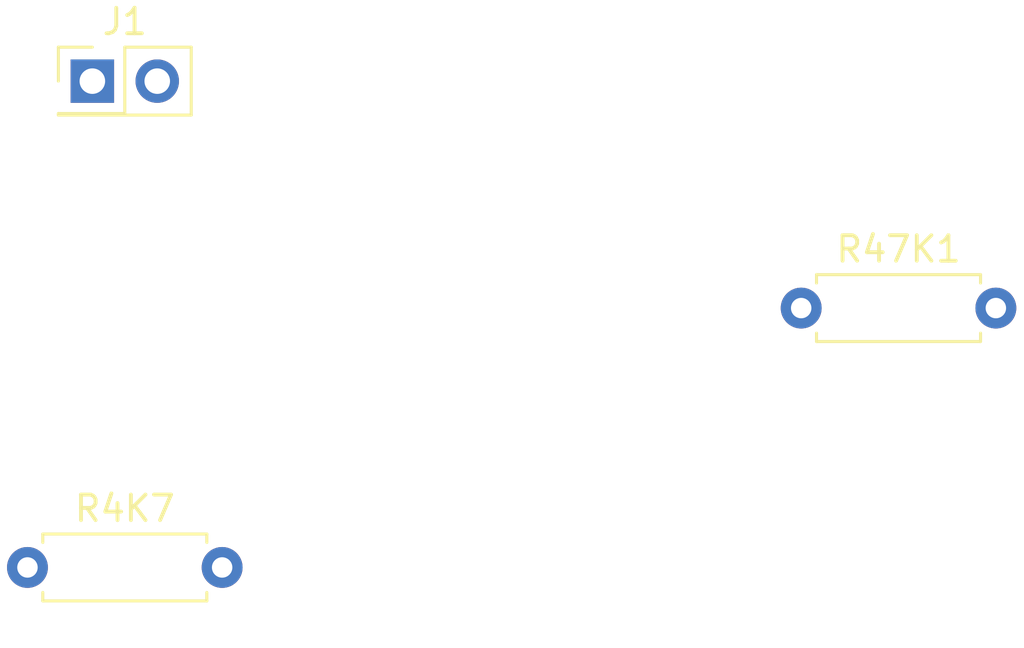
<source format=kicad_pcb>
(kicad_pcb (version 20171130) (host pcbnew "(5.1.0)-1")

  (general
    (thickness 1.6)
    (drawings 0)
    (tracks 0)
    (zones 0)
    (modules 3)
    (nets 6)
  )

  (page A4)
  (layers
    (0 F.Cu signal)
    (31 B.Cu signal)
    (32 B.Adhes user)
    (33 F.Adhes user)
    (34 B.Paste user)
    (35 F.Paste user)
    (36 B.SilkS user)
    (37 F.SilkS user)
    (38 B.Mask user)
    (39 F.Mask user)
    (40 Dwgs.User user)
    (41 Cmts.User user)
    (42 Eco1.User user)
    (43 Eco2.User user)
    (44 Edge.Cuts user)
    (45 Margin user)
    (46 B.CrtYd user)
    (47 F.CrtYd user)
    (48 B.Fab user)
    (49 F.Fab user)
  )

  (setup
    (last_trace_width 0.25)
    (trace_clearance 0.2)
    (zone_clearance 0.508)
    (zone_45_only no)
    (trace_min 0.2)
    (via_size 0.8)
    (via_drill 0.4)
    (via_min_size 0.4)
    (via_min_drill 0.3)
    (uvia_size 0.3)
    (uvia_drill 0.1)
    (uvias_allowed no)
    (uvia_min_size 0.2)
    (uvia_min_drill 0.1)
    (edge_width 0.05)
    (segment_width 0.2)
    (pcb_text_width 0.3)
    (pcb_text_size 1.5 1.5)
    (mod_edge_width 0.12)
    (mod_text_size 1 1)
    (mod_text_width 0.15)
    (pad_size 1.524 1.524)
    (pad_drill 0.762)
    (pad_to_mask_clearance 0.051)
    (solder_mask_min_width 0.25)
    (aux_axis_origin 0 0)
    (visible_elements FFFFFF7F)
    (pcbplotparams
      (layerselection 0x010fc_ffffffff)
      (usegerberextensions false)
      (usegerberattributes false)
      (usegerberadvancedattributes false)
      (creategerberjobfile false)
      (excludeedgelayer true)
      (linewidth 0.100000)
      (plotframeref false)
      (viasonmask false)
      (mode 1)
      (useauxorigin false)
      (hpglpennumber 1)
      (hpglpenspeed 20)
      (hpglpendiameter 15.000000)
      (psnegative false)
      (psa4output false)
      (plotreference true)
      (plotvalue true)
      (plotinvisibletext false)
      (padsonsilk false)
      (subtractmaskfromsilk false)
      (outputformat 1)
      (mirror false)
      (drillshape 1)
      (scaleselection 1)
      (outputdirectory ""))
  )

  (net 0 "")
  (net 1 "Net-(J1-Pad1)")
  (net 2 "Net-(J1-Pad2)")
  (net 3 "Net-(R47K1-Pad1)")
  (net 4 "Net-(R47K1-Pad2)")
  (net 5 GND)

  (net_class Default "This is the default net class."
    (clearance 0.2)
    (trace_width 0.25)
    (via_dia 0.8)
    (via_drill 0.4)
    (uvia_dia 0.3)
    (uvia_drill 0.1)
    (add_net GND)
    (add_net "Net-(J1-Pad1)")
    (add_net "Net-(J1-Pad2)")
    (add_net "Net-(R47K1-Pad1)")
    (add_net "Net-(R47K1-Pad2)")
  )

  (module Resistors_THT:R_Axial_DIN0207_L6.3mm_D2.5mm_P7.62mm_Horizontal (layer F.Cu) (tedit 5874F706) (tstamp 5CAD14F4)
    (at 101.6 52.07)
    (descr "Resistor, Axial_DIN0207 series, Axial, Horizontal, pin pitch=7.62mm, 0.25W = 1/4W, length*diameter=6.3*2.5mm^2, http://cdn-reichelt.de/documents/datenblatt/B400/1_4W%23YAG.pdf")
    (tags "Resistor Axial_DIN0207 series Axial Horizontal pin pitch 7.62mm 0.25W = 1/4W length 6.3mm diameter 2.5mm")
    (path /5CAE138D)
    (fp_text reference R4K7 (at 3.81 -2.31) (layer F.SilkS)
      (effects (font (size 1 1) (thickness 0.15)))
    )
    (fp_text value R (at 3.81 2.31) (layer F.Fab)
      (effects (font (size 1 1) (thickness 0.15)))
    )
    (fp_line (start 0.66 -1.25) (end 0.66 1.25) (layer F.Fab) (width 0.1))
    (fp_line (start 0.66 1.25) (end 6.96 1.25) (layer F.Fab) (width 0.1))
    (fp_line (start 6.96 1.25) (end 6.96 -1.25) (layer F.Fab) (width 0.1))
    (fp_line (start 6.96 -1.25) (end 0.66 -1.25) (layer F.Fab) (width 0.1))
    (fp_line (start 0 0) (end 0.66 0) (layer F.Fab) (width 0.1))
    (fp_line (start 7.62 0) (end 6.96 0) (layer F.Fab) (width 0.1))
    (fp_line (start 0.6 -0.98) (end 0.6 -1.31) (layer F.SilkS) (width 0.12))
    (fp_line (start 0.6 -1.31) (end 7.02 -1.31) (layer F.SilkS) (width 0.12))
    (fp_line (start 7.02 -1.31) (end 7.02 -0.98) (layer F.SilkS) (width 0.12))
    (fp_line (start 0.6 0.98) (end 0.6 1.31) (layer F.SilkS) (width 0.12))
    (fp_line (start 0.6 1.31) (end 7.02 1.31) (layer F.SilkS) (width 0.12))
    (fp_line (start 7.02 1.31) (end 7.02 0.98) (layer F.SilkS) (width 0.12))
    (fp_line (start -1.05 -1.6) (end -1.05 1.6) (layer F.CrtYd) (width 0.05))
    (fp_line (start -1.05 1.6) (end 8.7 1.6) (layer F.CrtYd) (width 0.05))
    (fp_line (start 8.7 1.6) (end 8.7 -1.6) (layer F.CrtYd) (width 0.05))
    (fp_line (start 8.7 -1.6) (end -1.05 -1.6) (layer F.CrtYd) (width 0.05))
    (pad 1 thru_hole circle (at 0 0) (size 1.6 1.6) (drill 0.8) (layers *.Cu *.Mask)
      (net 4 "Net-(R47K1-Pad2)"))
    (pad 2 thru_hole oval (at 7.62 0) (size 1.6 1.6) (drill 0.8) (layers *.Cu *.Mask)
      (net 5 GND))
    (model ${KISYS3DMOD}/Resistors_THT.3dshapes/R_Axial_DIN0207_L6.3mm_D2.5mm_P7.62mm_Horizontal.wrl
      (at (xyz 0 0 0))
      (scale (xyz 0.393701 0.393701 0.393701))
      (rotate (xyz 0 0 0))
    )
  )

  (module Resistors_THT:R_Axial_DIN0207_L6.3mm_D2.5mm_P7.62mm_Horizontal (layer F.Cu) (tedit 5874F706) (tstamp 5CAD1533)
    (at 131.885001 41.91)
    (descr "Resistor, Axial_DIN0207 series, Axial, Horizontal, pin pitch=7.62mm, 0.25W = 1/4W, length*diameter=6.3*2.5mm^2, http://cdn-reichelt.de/documents/datenblatt/B400/1_4W%23YAG.pdf")
    (tags "Resistor Axial_DIN0207 series Axial Horizontal pin pitch 7.62mm 0.25W = 1/4W length 6.3mm diameter 2.5mm")
    (path /5CADD3DD)
    (fp_text reference R47K1 (at 3.81 -2.31) (layer F.SilkS)
      (effects (font (size 1 1) (thickness 0.15)))
    )
    (fp_text value R (at 3.81 2.31) (layer F.Fab)
      (effects (font (size 1 1) (thickness 0.15)))
    )
    (fp_line (start 0.66 -1.25) (end 0.66 1.25) (layer F.Fab) (width 0.1))
    (fp_line (start 0.66 1.25) (end 6.96 1.25) (layer F.Fab) (width 0.1))
    (fp_line (start 6.96 1.25) (end 6.96 -1.25) (layer F.Fab) (width 0.1))
    (fp_line (start 6.96 -1.25) (end 0.66 -1.25) (layer F.Fab) (width 0.1))
    (fp_line (start 0 0) (end 0.66 0) (layer F.Fab) (width 0.1))
    (fp_line (start 7.62 0) (end 6.96 0) (layer F.Fab) (width 0.1))
    (fp_line (start 0.6 -0.98) (end 0.6 -1.31) (layer F.SilkS) (width 0.12))
    (fp_line (start 0.6 -1.31) (end 7.02 -1.31) (layer F.SilkS) (width 0.12))
    (fp_line (start 7.02 -1.31) (end 7.02 -0.98) (layer F.SilkS) (width 0.12))
    (fp_line (start 0.6 0.98) (end 0.6 1.31) (layer F.SilkS) (width 0.12))
    (fp_line (start 0.6 1.31) (end 7.02 1.31) (layer F.SilkS) (width 0.12))
    (fp_line (start 7.02 1.31) (end 7.02 0.98) (layer F.SilkS) (width 0.12))
    (fp_line (start -1.05 -1.6) (end -1.05 1.6) (layer F.CrtYd) (width 0.05))
    (fp_line (start -1.05 1.6) (end 8.7 1.6) (layer F.CrtYd) (width 0.05))
    (fp_line (start 8.7 1.6) (end 8.7 -1.6) (layer F.CrtYd) (width 0.05))
    (fp_line (start 8.7 -1.6) (end -1.05 -1.6) (layer F.CrtYd) (width 0.05))
    (pad 1 thru_hole circle (at 0 0) (size 1.6 1.6) (drill 0.8) (layers *.Cu *.Mask)
      (net 3 "Net-(R47K1-Pad1)"))
    (pad 2 thru_hole oval (at 7.62 0) (size 1.6 1.6) (drill 0.8) (layers *.Cu *.Mask)
      (net 4 "Net-(R47K1-Pad2)"))
    (model ${KISYS3DMOD}/Resistors_THT.3dshapes/R_Axial_DIN0207_L6.3mm_D2.5mm_P7.62mm_Horizontal.wrl
      (at (xyz 0 0 0))
      (scale (xyz 0.393701 0.393701 0.393701))
      (rotate (xyz 0 0 0))
    )
  )

  (module Pin_Headers:Pin_Header_Straight_2x01_Pitch2.54mm (layer F.Cu) (tedit 59650532) (tstamp 5CAD1C78)
    (at 104.14 33.02)
    (descr "Through hole straight pin header, 2x01, 2.54mm pitch, double rows")
    (tags "Through hole pin header THT 2x01 2.54mm double row")
    (path /5CAD7DCC)
    (fp_text reference J1 (at 1.27 -2.33) (layer F.SilkS)
      (effects (font (size 1 1) (thickness 0.15)))
    )
    (fp_text value MBUS (at 1.27 2.33) (layer F.Fab)
      (effects (font (size 1 1) (thickness 0.15)))
    )
    (fp_line (start 0 -1.27) (end 3.81 -1.27) (layer F.Fab) (width 0.1))
    (fp_line (start 3.81 -1.27) (end 3.81 1.27) (layer F.Fab) (width 0.1))
    (fp_line (start 3.81 1.27) (end -1.27 1.27) (layer F.Fab) (width 0.1))
    (fp_line (start -1.27 1.27) (end -1.27 0) (layer F.Fab) (width 0.1))
    (fp_line (start -1.27 0) (end 0 -1.27) (layer F.Fab) (width 0.1))
    (fp_line (start -1.33 1.33) (end 3.87 1.33) (layer F.SilkS) (width 0.12))
    (fp_line (start -1.33 1.27) (end -1.33 1.33) (layer F.SilkS) (width 0.12))
    (fp_line (start 3.87 -1.33) (end 3.87 1.33) (layer F.SilkS) (width 0.12))
    (fp_line (start -1.33 1.27) (end 1.27 1.27) (layer F.SilkS) (width 0.12))
    (fp_line (start 1.27 1.27) (end 1.27 -1.33) (layer F.SilkS) (width 0.12))
    (fp_line (start 1.27 -1.33) (end 3.87 -1.33) (layer F.SilkS) (width 0.12))
    (fp_line (start -1.33 0) (end -1.33 -1.33) (layer F.SilkS) (width 0.12))
    (fp_line (start -1.33 -1.33) (end 0 -1.33) (layer F.SilkS) (width 0.12))
    (fp_line (start -1.8 -1.8) (end -1.8 1.8) (layer F.CrtYd) (width 0.05))
    (fp_line (start -1.8 1.8) (end 4.35 1.8) (layer F.CrtYd) (width 0.05))
    (fp_line (start 4.35 1.8) (end 4.35 -1.8) (layer F.CrtYd) (width 0.05))
    (fp_line (start 4.35 -1.8) (end -1.8 -1.8) (layer F.CrtYd) (width 0.05))
    (fp_text user %R (at 1.27 0 90) (layer F.Fab)
      (effects (font (size 1 1) (thickness 0.15)))
    )
    (pad 1 thru_hole rect (at 0 0) (size 1.7 1.7) (drill 1) (layers *.Cu *.Mask)
      (net 1 "Net-(J1-Pad1)"))
    (pad 2 thru_hole oval (at 2.54 0) (size 1.7 1.7) (drill 1) (layers *.Cu *.Mask)
      (net 2 "Net-(J1-Pad2)"))
    (model ${KISYS3DMOD}/Pin_Headers.3dshapes/Pin_Header_Straight_2x01_Pitch2.54mm.wrl
      (at (xyz 0 0 0))
      (scale (xyz 1 1 1))
      (rotate (xyz 0 0 0))
    )
  )

)

</source>
